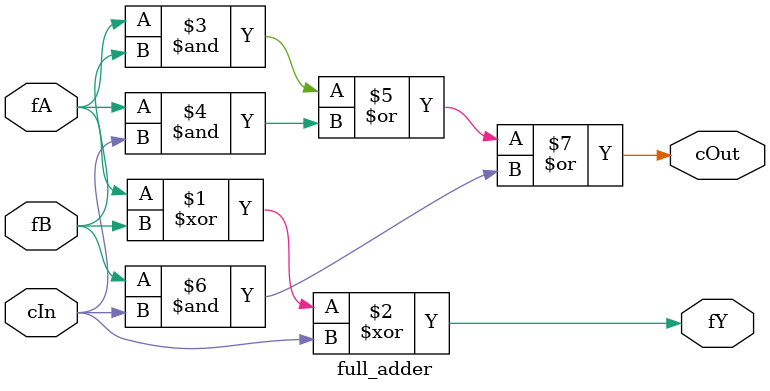
<source format=v>
module full_adder(
    input fA, fB, cIn,
    output fY, cOut
);

    // Eq
    assign fY = fA ^ fB ^ cIn; // A ^ B ^ C
    assign cOut = (fA & fB) | (fA & cIn) | (fB & cIn);

endmodule 
</source>
